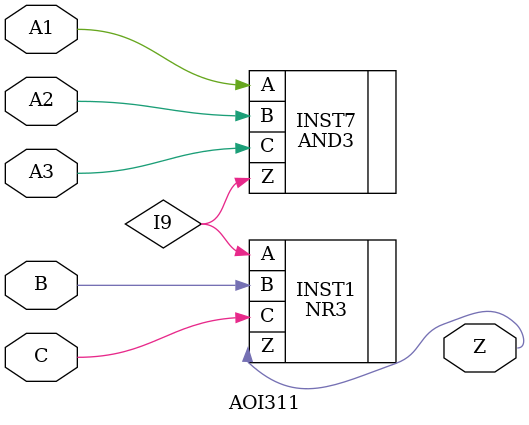
<source format=v>
`timescale 1 ns / 100 ps

/* Created by DB2VERILOG Version 1.2.0.2 on Fri Aug  5 11:13:22 1994 */
/* module compiled from "lsl2db 4.0.3" run */

module AOI311 (A1, A2, A3, B, C, Z);
input  A1, A2, A3, B, C;
output Z;
NR3 INST1 (.A(I9), .B(B), .C(C), .Z(Z));
AND3 INST7 (.A(A1), .B(A2), .C(A3), .Z(I9));

endmodule


</source>
